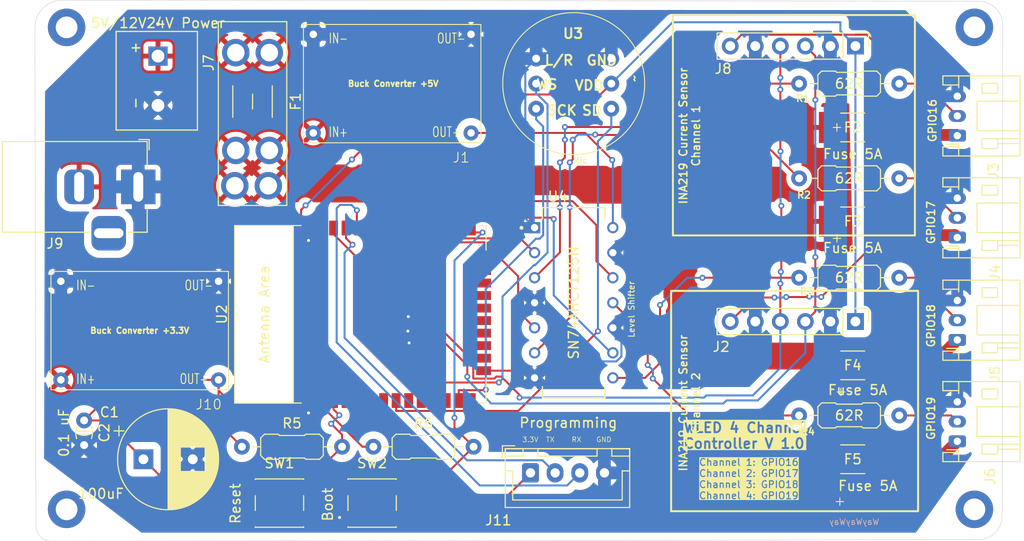
<source format=kicad_pcb>
(kicad_pcb (version 20240108) (generator "pcbnew") (generator_version "8.0")
  (title_block (title "WLED 4 Channel Controller") (date "2/15/2025"))
  (layers (0 "F.Cu" signal) (31 "B.Cu" signal) (34 "B.Paste" user) (35 "F.Paste" user) (36 "B.SilkS" user "B.Silkscreen") (37 "F.SilkS" user "F.Silkscreen") (38 "B.Mask" user) (39 "F.Mask" user) (44 "Edge.Cuts" user))
  (net 0 "")
  (net 2 "RXD")
  (net 4 "DATA1")
  (net 9 "MIC_SD")
  (net 10 "MIC_SCK")
  (net 11 "TXD")
  (net 17 "DATA4")
  (net 18 "+3.3V_BOOT")
  (net 20 "DATA2")
  (net 23 "+3.3V_EN")
  (net 24 "MIC_WS")
  (net 25 "DATA3")
  (net 26 "+12V")
  (net 27 "+5V")
  (net 28 "+3.3V")
  (net 29 "LED_DATA1")
  (net 30 "Net-(U4-1Y)")
  (net 31 "LED_DATA2")
  (net 32 "Net-(U4-2Y)")
  (net 33 "Net-(U4-3Y)")
  (net 34 "LED_DATA3")
  (net 35 "Net-(U4-4Y)")
  (net 36 "LED_DATA4")
  (net 37 "Net-(J2-Pin_6)")
  (net 38 "Net-(J6-Pin_1)")
  (net 39 "GND")
  (net 40 "Net-(J5-Pin_1)")
  (net 41 "SENS-SCL")
  (net 42 "SENS-SDA")
  (net 43 "Net-(J3-Pin_1)")
  (net 44 "+VCC")
  (footprint "PCM_Capacitor_THT_AKL:C_Disc_D3.0mm_W1.6mm_P2.50mm" (layer "F.Cu") (at 30.988 74.168 -90)
    (property "Reference" "C2")
    (property "Value" "0.1 uF")
  )
  (footprint "PCM_Resistor_THT_AKL:R_Axial_DIN0207_L6.3mm_D2.5mm_P10.16mm_Horizontal" (layer "F.Cu") (at 103.505 49.61)
    (property "Reference" "R2")
    (property "Value" "62R")
  )
  (footprint "Button_Switch_SMD:SW_SPST_PTS647_Sx38" (layer "F.Cu") (at 50.8 82.55)
    (property "Reference" "SW1")
    (property "Value" "Reset")
  )
  (footprint "MyCustom:Buck Converter Board" (layer "F.Cu") (at 36.625 64.05)
    (property "Reference" "J10")
    (property "Value" "Buck Converter +3.3V")
  )
  (footprint "Button_Switch_SMD:SW_SPST_PTS647_Sx38" (layer "F.Cu") (at 60.198 82.55)
    (property "Reference" "SW2")
    (property "Value" "Boot")
  )
  (footprint "PCM_Resistor_THT_AKL:R_Axial_DIN0207_L6.3mm_D2.5mm_P10.16mm_Horizontal" (layer "F.Cu") (at 103.505 40.005)
    (property "Reference" "R1" (hide yes))
    (property "Value" "62R")
  )
  (footprint "Connector_JST:JST_PH_S3B-PH-K_1x03_P2.00mm_Horizontal" (layer "F.Cu") (at 119.55 45.2833 90)
    (property "Reference" "J3")
    (property "Value" "LED Channel 1" (hide yes))
  )
  (footprint "PCM_Capacitor_THT_AKL:CP_Radial_D10.0mm_P5.00mm" (layer "F.Cu") (at 37.002323 78.105)
    (property "Reference" "C1")
    (property "Value" "100uF")
  )
  (footprint "Fuse:Fuse_Littelfuse-NANO2-451_453" (layer "F.Cu") (at 108.945 53.975)
    (property "Reference" "F3")
    (property "Value" "Fuse 5A")
  )
  (footprint "PCM_Resistor_THT_AKL:R_Axial_DIN0207_L6.3mm_D2.5mm_P10.16mm_Horizontal" (layer "F.Cu") (at 46.99 76.835)
    (property "Reference" "R5")
    (property "Value" "10k" (hide yes))
  )
  (footprint "Connector_JST:JST_PH_S3B-PH-K_1x03_P2.00mm_Horizontal" (layer "F.Cu") (at 119.55 66 90)
    (property "Reference" "J5")
    (property "Value" "LED Channel 3" (hide yes))
  )
  (footprint "SN74AHCT125N:DIP794W45P254L1930H508Q14" (layer "F.Cu") (at 80.645 62.23)
    (property "Reference" "U4")
    (property "Value" "SN74AHCT125N")
  )
  (footprint "PCM_Resistor_THT_AKL:R_Axial_DIN0207_L6.3mm_D2.5mm_P10.16mm_Horizontal" (layer "F.Cu") (at 103.505 73.66)
    (property "Reference" "R4" (hide yes))
    (property "Value" "62R")
  )
  (footprint "Fuse:Fuse_Littelfuse-NANO2-451_453" (layer "F.Cu") (at 108.945 78.105)
    (property "Reference" "F5")
    (property "Value" "Fuse 5A")
  )
  (footprint "MyCustom:Buck Converter Board" (layer "F.Cu") (at 62.23 39.005)
    (property "Reference" "J1")
    (property "Value" "Buck Converter +5V")
  )
  (footprint "Connector_BarrelJack:BarrelJack_Horizontal" (layer "F.Cu") (at 36.48 50.4775)
    (property "Reference" "J9")
    (property "Value" "Barrel_Jack")
  )
  (footprint "PCM_Espressif:ESP32-WROOM-32E" (layer "F.Cu") (at 60.755 63.4 90)
    (property "Reference" "U2")
    (property "Value" "ESP32-WROOM-E")
  )
  (footprint "MountingHole:MountingHole_2.2mm_M2_DIN965_Pad" (layer "F.Cu") (at 121.285 83.185)
    (property "Reference" "H3" (hide yes))
    (property "Value" "MountingHole" (hide yes))
  )
  (footprint "Connector_JST:JST_PH_S3B-PH-K_1x03_P2.00mm_Horizontal" (layer "F.Cu") (at 119.55 76.2833 90)
    (property "Reference" "J6")
    (property "Value" "LED Channel 4" (hide yes))
  )
  (footprint "MyCustom:INMP441_Module" (layer "F.Cu") (at 80.645 40.005 90)
    (property "Reference" "U3")
    (property "Value" "~")
  )
  (footprint "Fuse:Fuseholder_Blade_Mini_Keystone_3568" (layer "F.Cu") (at 49.7695 36.861 -90)
    (property "Reference" "F1")
    (property "Value" "20A")
  )
  (footprint "Fuse:Fuse_Littelfuse-NANO2-451_453" (layer "F.Cu") (at 108.945 44.45)
    (property "Reference" "F2")
    (property "Value" "Fuse 5A")
  )
  (footprint "Connector_JST:JST_XH_B4B-XH-A_1x04_P2.50mm_Vertical" (layer "F.Cu") (at 76.26 79.485)
    (property "Reference" "J11")
    (property "Value" "Programming")
  )
  (footprint "MountingHole:MountingHole_2.2mm_M2_DIN965_Pad" (layer "F.Cu") (at 121.285 34.3)
    (property "Reference" "H1" (hide yes))
    (property "Value" "MountingHole" (hide yes))
  )
  (footprint "Connector_PinHeader_2.54mm:PinHeader_1x06_P2.54mm_Vertical" (layer "F.Cu") (at 109.22 36.195 -90)
    (property "Reference" "J8")
    (property "Value" "I2C")
  )
  (footprint "PCM_Resistor_THT_AKL:R_Axial_DIN0207_L6.3mm_D2.5mm_P10.16mm_Horizontal" (layer "F.Cu") (at 103.505 59.69)
    (property "Reference" "R3")
    (property "Value" "62R")
  )
  (footprint "Connector_JST:JST_PH_S3B-PH-K_1x03_P2.00mm_Horizontal" (layer "F.Cu") (at 119.55 55.6167 90)
    (property "Reference" "J4")
    (property "Value" "LED Channel 2" (hide yes))
  )
  (footprint "1935161:PHOENIX_1935161" (layer "F.Cu") (at 34.23 34.7125 -90)
    (property "Reference" "J7")
    (property "Value" "5V/12V24V Power")
  )
  (footprint "PCM_Resistor_THT_AKL:R_Axial_DIN0207_L6.3mm_D2.5mm_P10.16mm_Horizontal" (layer "F.Cu") (at 60.325 76.835)
    (property "Reference" "R6")
    (property "Value" "10k" (hide yes))
  )
  (footprint "Connector_PinHeader_2.54mm:PinHeader_1x06_P2.54mm_Vertical" (layer "F.Cu") (at 109.22 64.135 -90)
    (property "Reference" "J2")
    (property "Value" "I2C")
  )
  (footprint "Fuse:Fuse_Littelfuse-NANO2-451_453" (layer "F.Cu") (at 108.945 68.58)
    (property "Reference" "F4")
    (property "Value" "Fuse 5A")
  )
  (footprint "MountingHole:MountingHole_2.2mm_M2_DIN965_Pad" (layer "F.Cu") (at 29.21 34.3)
    (property "Reference" "H2" (hide yes))
    (property "Value" "MountingHole" (hide yes))
  )
  (footprint "MountingHole:MountingHole_2.2mm_M2_DIN965_Pad" (layer "F.Cu") (at 29.21 83.185)
    (property "Reference" "H4" (hide yes))
    (property "Value" "MountingHole" (hide yes))
  )
  (gr_rect (start 90.523528 61.025) (end 115.573528 83.375) (stroke (width 0.2)) (fill none) (layer "F.SilkS"))
  (gr_rect (start 90.705 33.05) (end 115.25 55.4) (stroke (width 0.2)) (fill none) (layer "F.SilkS"))
  (gr_arc (start 26.001127 34.3) (mid 26.842798 32.319132) (end 28.852944 31.550001) (stroke (width 0.05)) (layer "Edge.Cuts"))
  (gr_arc (start 124.1 83.853984) (mid 123.397059 85.551056) (end 121.7 86.253984) (stroke (width 0.05)) (layer "Edge.Cuts"))
  (gr_line (start 124.152944 34.1) (end 124.102944 80.3) (stroke (width 0.05)) (layer "Edge.Cuts"))
  (gr_line (start 31.55 31.550001) (end 121.702944 31.65) (stroke (width 0.05)) (layer "Edge.Cuts"))
  (gr_arc (start 121.702944 31.65) (mid 123.435356 32.367588) (end 124.152944 34.1) (stroke (width 0.05)) (layer "Edge.Cuts"))
  (gr_line (start 26.1 84.853984) (end 25.998183 37.225) (stroke (width 0.05)) (layer "Edge.Cuts"))
  (gr_line (start 28.852944 31.550001) (end 31.55 31.550001) (stroke (width 0.05)) (layer "Edge.Cuts"))
  (gr_line (start 121.7 86.253984) (end 30.347056 86.403984) (stroke (width 0.05)) (layer "Edge.Cuts"))
  (gr_line (start 124.1 83.853984) (end 124.102944 80.3) (stroke (width 0.05)) (layer "Edge.Cuts"))
  (gr_line (start 30.347056 86.403984) (end 27.65 86.403984) (stroke (width 0.05)) (layer "Edge.Cuts"))
  (gr_line (start 26.001127 34.3) (end 25.998183 37.225) (stroke (width 0.05)) (layer "Edge.Cuts"))
  (gr_arc (start 27.65 86.403984) (mid 26.553984 85.95) (end 26.1 84.853984) (stroke (width 0.05)) (layer "Edge.Cuts"))
  (gr_text "WayWayWay" (at 109.1 84.8 0) (layer "B.SilkS") (effects (font (size 0.6 0.6) (thickness 0.075)) (justify bottom mirror)))
  (gr_text "RX" (at 80.4 76.4 0) (layer "F.SilkS") (effects (font (size 0.5 0.5) (thickness 0.0625)) (justify left bottom)))
  (gr_text "+" (at 106.95 82.905 0) (layer "F.SilkS") (effects (font (size 1 1) (thickness 0.1)) (justify left bottom)))
  (gr_text "3.3V" (at 75.4 76.4 0) (layer "F.SilkS") (effects (font (size 0.5 0.5) (thickness 0.0625)) (justify left bottom)))
  (gr_text "+" (at 107.05958 71.785952 0) (layer "F.SilkS") (effects (font (size 1 1) (thickness 0.1)) (justify left bottom)))
  (gr_text "GPIO18" (at 116.88 64.57 90) (layer "F.SilkS") (effects (font (size 0.8 0.8))))
  (gr_text "+" (at 106.655 56.21 0) (layer "F.SilkS") (effects (font (size 1 1) (thickness 0.1)) (justify left bottom)))
  (gr_text "Mic" (at 81.3 47.8 0) (layer "F.SilkS") (effects (font (size 0.6 0.6) (thickness 0.1))))
  (gr_text "INA219 Current Sensor\nChannel 1" (at 92.4 45.3 90) (layer "F.SilkS") (effects (font (size 0.8 0.8) (thickness 0.15) (bold yes))))
  (gr_text "GPIO16" (at 117.03 43.753334 90) (layer "F.SilkS") (effects (font (size 0.8 0.8))))
  (gr_text "+" (at 36.75 37.095 90) (layer "F.SilkS") (effects (font (size 1 1)) (justify left bottom)))
  (gr_text "GPIO17" (at 116.88 54.086667 90) (layer "F.SilkS") (effects (font (size 0.8 0.8))))
  (gr_text "INA219 Current Sensor\nChannel 2" (at 92.4 72.4 90) (layer "F.SilkS") (effects (font (size 0.8 0.8) (thickness 0.15) (bold yes))))
  (gr_text "-" (at 36.75 42.695 90) (layer "F.SilkS") (effects (font (size 1 1)) (justify left bottom)))
  (gr_text "TX" (at 77.8 76.4 0) (layer "F.SilkS") (effects (font (size 0.5 0.5) (thickness 0.0625)) (justify left bottom)))
  (gr_text "GPIO19" (at 116.88 73.953333 90) (layer "F.SilkS") (effects (font (size 0.8 0.8))))
  (gr_text "Level Shifter" (at 86.5 62.9 90) (layer "F.SilkS") (effects (font (size 0.6 0.6) (thickness 0.1))))
  (gr_text "+" (at 106.655 44.96 0) (layer "F.SilkS") (effects (font (size 1 1) (thickness 0.1)) (justify left bottom)))
  (gr_text "Channel 1: GPIO16\nChannel 2: GPIO17\nChannel 3: GPIO18\nChannel 4: GPIO19 " (at 93.3 82.2 0) (layer "F.SilkS" knockout) (effects (font (size 0.7 0.7) (thickness 0.11)) (justify left bottom)))
  (gr_text "WLED 4 Channel\nController V 1.0" (at 91.7 77.1 0) (layer "F.SilkS" knockout) (effects (font (size 1 1) (thickness 0.2) (bold yes)) (justify left bottom)))
  (gr_text "GND" (at 82.9 76.4 0) (layer "F.SilkS") (effects (font (size 0.5 0.5) (thickness 0.0625)) (justify left bottom)))
  (segment (start 58.65 52.85) (end 58.65 54.475) (width 0.2) (layer "F.Cu") (net 2))
  (via (at 58.65 52.85) (size 0.6) (drill 0.3) (layers "F.Cu" "B.Cu") (net 2))
  (segment (start 56.951471 52.3) (end 58.1 52.3) (width 0.2) (layer "B.Cu") (net 2))
  (segment (start 56.6 66.252) (end 56.6 52.651471) (width 0.2) (layer "B.Cu") (net 2))
  (segment (start 79.985 80.76) (end 71.108 80.76) (width 0.2) (layer "B.Cu") (net 2))
  (segment (start 56.6 52.651471) (end 56.951471 52.3) (width 0.2) (layer "B.Cu") (net 2))
  (segment (start 71.108 80.76) (end 56.6 66.252) (width 0.2) (layer "B.Cu") (net 2))
  (segment (start 81.26 79.485) (end 79.985 80.76) (width 0.2) (layer "B.Cu") (net 2))
  (segment (start 58.1 52.3) (end 58.65 52.85) (width 0.2) (layer "B.Cu") (net 2))
  (segment (start 67.715 55.7017) (end 75.2267 55.7017) (width 0.2) (layer "F.Cu") (net 4))
  (segment (start 75.2267 55.7017) (end 76.675 57.15) (width 0.2) (layer "F.Cu") (net 4))
  (segment (start 67.715 54.65) (end 67.715 55.7017) (width 0.2) (layer "F.Cu") (net 4))
  (segment (start 75.0189 73.2017) (end 83.1006 65.12) (width 0.2) (layer "F.Cu") (net 9))
  (segment (start 62.635 73.2017) (end 75.0189 73.2017) (width 0.2) (layer "F.Cu") (net 9))
  (segment (start 62.635 72.15) (end 62.635 73.2017) (width 0.2) (layer "F.Cu") (net 9))
  (via (at 83.1006 65.12) (size 0.6) (drill 0.3) (layers "F.Cu" "B.Cu") (net 9))
  (segment (start 83.1006 45.849) (end 84.455 44.4946) (width 0.2) (layer "B.Cu") (net 9))
  (segment (start 83.1006 65.12) (end 83.1006 45.849) (width 0.2) (layer "B.Cu") (net 9))
  (segment (start 84.455 44.4946) (end 84.455 42.545) (width 0.2) (layer "B.Cu") (net 9))
  (segment (start 68.985 72.15) (end 68.985 71.0983) (width 0.2) (layer "F.Cu") (net 10))
  (segment (start 68.985 71.0983) (end 71.6758 71.0983) (width 0.2) (layer "F.Cu") (net 10))
  (segment (start 71.6758 71.0983) (end 71.7252 71.0489) (width 0.2) (layer "F.Cu") (net 10))
  (via (at 71.7252 71.0489) (size 0.6) (drill 0.3) (layers "F.Cu" "B.Cu") (net 10))
  (segment (start 77.1792 55.7384) (end 77.5467 55.3709) (width 0.2) (layer "B.Cu") (net 10))
  (segment (start 76.8132 55.7384) (end 77.1792 55.7384) (width 0.2) (layer "B.Cu") (net 10))
  (segment (start 71.7252 71.0489) (end 71.7252 60.8264) (width 0.2) (layer "B.Cu") (net 10))
  (segment (start 76.835 42.545) (end 76.835 43.6467) (width 0.2) (layer "B.Cu") (net 10))
  (segment (start 77.5467 44.3584) (end 76.835 43.6467) (width 0.2) (layer "B.Cu") (net 10))
  (segment (start 71.7252 60.8264) (end 76.8132 55.7384) (width 0.2) (layer "B.Cu") (net 10))
  (segment (start 77.5467 55.3709) (end 77.5467 44.3584) (width 0.2) (layer "B.Cu") (net 10))
  (segment (start 58.207265 56.342735) (end 57.555 55.69047) (width 0.2) (layer "F.Cu") (net 11))
  (segment (start 57.555 55.69047) (end 57.555 54.65) (width 0.2) (layer "F.Cu") (net 11))
  (via (at 58.207265 56.342735) (size 0.6) (drill 0.3) (layers "F.Cu" "B.Cu") (net 11))
  (segment (start 57.404 57.146) (end 58.207265 56.342735) (width 0.2) (layer "B.Cu") (net 11))
  (segment (start 77.485 78.21) (end 69.828 78.21) (width 0.2) (layer "B.Cu") (net 11))
  (segment (start 69.828 78.21) (end 57.404 65.786) (width 0.2) (layer "B.Cu") (net 11))
  (segment (start 57.404 65.786) (end 57.404 57.146) (width 0.2) (layer "B.Cu") (net 11))
  (segment (start 78.76 79.485) (end 77.485 78.21) (width 0.2) (layer "B.Cu") (net 11))
  (segment (start 80.5121 51.923) (end 82.9452 54.3561) (width 0.2) (layer "F.Cu") (net 17))
  (segment (start 82.9452 58.0202) (end 84.615 59.69) (width 0.2) (layer "F.Cu") (net 17))
  (segment (start 82.9452 54.3561) (end 82.9452 58.0202) (width 0.2) (layer "F.Cu") (net 17))
  (segment (start 64.3103 51.923) (end 80.5121 51.923) (width 0.2) (layer "F.Cu") (net 17))
  (segment (start 62.635 53.5983) (end 64.3103 51.923) (width 0.2) (layer "F.Cu") (net 17))
  (segment (start 62.635 54.65) (end 62.635 53.5983) (width 0.2) (layer "F.Cu") (net 17))
  (segment (start 68.55 74.9) (end 68.55 73.9) (width 0.2) (layer "F.Cu") (net 18))
  (segment (start 71.4 55.1) (end 70.705 55.1) (width 0.2) (layer "F.Cu") (net 18))
  (segment (start 70.485 76.835) (end 68.55 74.9) (width 0.2) (layer "F.Cu") (net 18))
  (segment (start 66.37 80.95) (end 70.485 76.835) (width 0.2) (layer "F.Cu") (net 18))
  (segment (start 62.823 80.95) (end 66.37 80.95) (width 0.2) (layer "F.Cu") (net 18))
  (segment (start 62.823 80.95) (end 57.573 80.95) (width 0.2) (layer "F.Cu") (net 18))
  (segment (start 70.705 55.1) (end 70.255 54.65) (width 0.2) (layer "F.Cu") (net 18))
  (via (at 68.55 73.9) (size 0.6) (drill 0.3) (layers "F.Cu" "B.Cu") (net 18))
  (via (at 71.4 55.1) (size 0.6) (drill 0.3) (layers "F.Cu" "B.Cu") (net 18))
  (segment (start 68.55 57.95) (end 71.4 55.1) (width 0.2) (layer "B.Cu") (net 18))
  (segment (start 68.55 73.9) (end 68.55 57.95) (width 0.2) (layer "B.Cu") (net 18))
  (segment (start 66.8467 56.1034) (end 71.5686 56.1034) (width 0.2) (layer "F.Cu") (net 20))
  (segment (start 71.5686 56.1034) (end 75.0052 59.54) (width 0.2) (layer "F.Cu") (net 20))
  (segment (start 75.0052 63.1002) (end 76.675 64.77) (width 0.2) (layer "F.Cu") (net 20))
  (segment (start 75.0052 59.54) (end 75.0052 63.1002) (width 0.2) (layer "F.Cu") (net 20))
  (segment (start 66.445 55.7017) (end 66.8467 56.1034) (width 0.2) (layer "F.Cu") (net 20))
  (segment (start 66.445 54.65) (end 66.445 55.7017) (width 0.2) (layer "F.Cu") (net 20))
  (segment (start 53.425 80.95) (end 48.175 80.95) (width 0.2) (layer "F.Cu") (net 23))
  (segment (start 56.042235 74.507765) (end 57.15 75.61553) (width 0.2) (layer "F.Cu") (net 23))
  (segment (start 57.15 76.835) (end 53.425 80.56) (width 0.2) (layer "F.Cu") (net 23))
  (segment (start 56.285 73.05347) (end 56.865765 73.634235) (width 0.2) (layer "F.Cu") (net 23))
  (segment (start 57.15 75.61553) (end 57.15 76.835) (width 0.2) (layer "F.Cu") (net 23))
  (segment (start 56.285 72.15) (end 56.285 73.05347) (width 0.2) (layer "F.Cu") (net 23))
  (via (at 56.865765 73.634235) (size 0.6) (drill 0.3) (layers "F.Cu" "B.Cu") (net 23))
  (via (at 56.042235 74.507765) (size 0.6) (drill 0.3) (layers "F.Cu" "B.Cu") (net 23))
  (segment (start 56.865765 73.634235) (end 56.865765 73.684235) (width 0.2) (layer "B.Cu") (net 23))
  (segment (start 56.865765 73.684235) (end 56.042235 74.507765) (width 0.2) (layer "B.Cu") (net 23))
  (segment (start 65.953 70.3203) (end 65.175 71.0983) (width 0.2) (layer "F.Cu") (net 24))
  (segment (start 65.175 72.15) (end 65.175 71.0983) (width 0.2) (layer "F.Cu") (net 24))
  (segment (start 73.0453 70.3203) (end 65.953 70.3203) (width 0.2) (layer "F.Cu") (net 24))
  (via (at 73.0453 70.3203) (size 0.6) (drill 0.3) (layers "F.Cu" "B.Cu") (net 24))
  (segment (start 77.9869 42.1209) (end 77.9869 57.1475) (width 0.2) (layer "B.Cu") (net 24))
  (segment (start 73.423 61.5977) (end 73.423 69.9426) (width 0.2) (layer "B.Cu") (net 24))
  (segment (start 76.835 41.1067) (end 76.9727 41.1067) (width 0.2) (layer "B.Cu") (net 24))
  (segment (start 76.9727 41.1067) (end 77.9869 42.1209) (width 0.2) (layer "B.Cu") (net 24))
  (segment (start 73.423 69.9426) (end 73.0453 70.3203) (width 0.2) (layer "B.Cu") (net 24))
  (segment (start 77.9869 57.1475) (end 76.7144 58.42) (width 0.2) (layer "B.Cu") (net 24))
  (segment (start 76.835 40.005) (end 76.835 41.1067) (width 0.2) (layer "B.Cu") (net 24))
  (segment (start 76.6007 58.42) (end 73.423 61.5977) (width 0.2) (layer "B.Cu") (net 24))
  (segment (start 76.7144 58.42) (end 76.6007 58.42) (width 0.2) (layer "B.Cu") (net 24))
  (segment (start 78.6185 53.7391) (end 78.4777 53.5983) (width 0.2) (layer "F.Cu") (net 25))
  (segment (start 78.4777 53.5983) (end 63.905 53.5983) (width 0.2) (layer "F.Cu") (net 25))
  (segment (start 63.905 54.65) (end 63.905 53.5983) (width 0.2) (layer "F.Cu") (net 25))
  (via (at 78.6185 53.7391) (size 0.6) (drill 0.3) (layers "F.Cu" "B.Cu") (net 25))
  (segment (start 78.6185 53.7391) (end 78.6185 61.4887) (width 0.2) (layer "B.Cu") (net 25))
  (segment (start 78.6185 61.4887) (end 84.4398 67.31) (width 0.2) (layer "B.Cu") (net 25))
  (segment (start 81.805 45.005) (end 84.55 47.75) (width 0.2) (layer "F.Cu") (net 27))
  (segment (start 70.23 45.005) (end 81.805 45.005) (width 0.2) (layer "F.Cu") (net 27))
  (via (at 84.55 47.75) (size 0.6) (drill 0.3) (layers "F.Cu" "B.Cu") (net 27))
  (segment (start 84.615 47.815) (end 84.615 54.61) (width 0.2) (layer "B.Cu") (net 27))
  (segment (start 84.55 47.75) (end 84.615 47.815) (width 0.2) (layer "B.Cu") (net 27))
  (segment (start 44.625 71.12763) (end 45.99737 72.5) (width 0.2) (layer "F.Cu") (net 28))
  (segment (start 52.995 69.18) (end 55.015 71.2) (width 0.2) (layer "F.Cu") (net 28))
  (segment (start 76.26 79.485) (end 73.995 81.75) (width 0.2) (layer "F.Cu") (net 28))
  (segment (start 40.647323 81.75) (end 37.002323 78.105) (width 0.2) (layer "F.Cu") (net 28))
  (segment (start 44.625 74.47) (end 46.99 76.835) (width 0.2) (layer "F.Cu") (net 28))
  (segment (start 52.995 71.1) (end 54.356 71.1) (width 0.2) (layer "F.Cu") (net 28))
  (segment (start 44.625 70.05) (end 35.106 70.05) (width 0.2) (layer "F.Cu") (net 28))
  (segment (start 83.355 41.105) (end 64.745 41.105) (width 0.2) (layer "F.Cu") (net 28))
  (segment (start 52.995 52.805) (end 52.995 69.18) (width 0.2) (layer "F.Cu") (net 28))
  (segment (start 54.356 71.1) (end 55.015 71.759) (width 0.2) (layer "F.Cu") (net 28))
  (segment (start 64.745 41.105) (end 58.15 47.7) (width 0.2) (layer "F.Cu") (net 28))
  (segment (start 59.218 76.835) (end 60.325 76.835) (width 0.2) (layer "F.Cu") (net 28))
  (segment (start 52.377 72.5) (end 52.995 71.882) (width 0.2) (layer "F.Cu") (net 28))
  (segment (start 44.625 70.05) (end 44.625 71.12763) (width 0.2) (layer "F.Cu") (net 28))
  (segment (start 44.625 70.05) (end 44.625 74.47) (width 0.2) (layer "F.Cu") (net 28))
  (segment (start 45.99737 72.5) (end 52.377 72.5) (width 0.2) (layer "F.Cu") (net 28))
  (segment (start 84.455 40.005) (end 83.355 41.105) (width 0.2) (layer "F.Cu") (net 28))
  (segment (start 52.995 71.882) (end 52.995 71.1) (width 0.2) (layer "F.Cu") (net 28))
  (segment (start 53.45 52.35) (end 52.995 52.805) (width 0.2) (layer "F.Cu") (net 28))
  (segment (start 55.015 72.632) (end 59.218 76.835) (width 0.2) (layer "F.Cu") (net 28))
  (segment (start 30.988 74.168) (end 33.065323 74.168) (width 0.2) (layer "F.Cu") (net 28))
  (segment (start 55.015 71.2) (end 55.015 72.15) (width 0.2) (layer "F.Cu") (net 28))
  (segment (start 35.106 70.05) (end 30.988 74.168) (width 0.2) (layer "F.Cu") (net 28))
  (segment (start 73.995 81.75) (end 40.647323 81.75) (width 0.2) (layer "F.Cu") (net 28))
  (segment (start 33.065323 74.168) (end 37.002323 78.105) (width 0.2) (layer "F.Cu") (net 28))
  (via (at 53.45 52.35) (size 0.6) (drill 0.3) (layers "F.Cu" "B.Cu") (net 28))
  (via (at 58.15 47.7) (size 0.6) (drill 0.3) (layers "F.Cu" "B.Cu") (net 28))
  (segment (start 107.696 34.671) (end 107.696 33.782) (width 0.2) (layer "B.Cu") (net 28))
  (segment (start 90.678 33.782) (end 84.455 40.005) (width 0.2) (layer "B.Cu") (net 28))
  (segment (start 109.22 36.195) (end 107.696 34.671) (width 0.2) (layer "B.Cu") (net 28))
  (segment (start 58.15 47.7) (end 53.5 52.35) (width 0.2) (layer "B.Cu") (net 28))
  (segment (start 53.5 52.35) (end 53.45 52.35) (width 0.2) (layer "B.Cu") (net 28))
  (segment (start 107.696 33.782) (end 90.678 33.782) (width 0.2) (layer "B.Cu") (net 28))
  (segment (start 109.22 36.195) (end 109.22 64.135) (width 0.2) (layer "B.Cu") (net 28))
  (segment (start 116.272 40.005) (end 119.55 43.2833) (width 0.2) (layer "F.Cu") (net 29))
  (segment (start 113.665 40.005) (end 116.272 40.005) (width 0.2) (layer "F.Cu") (net 29))
  (segment (start 79.75 47.5) (end 79.25 48) (width 0.2) (layer "F.Cu") (net 30))
  (segment (start 100.457 40.005) (end 96.057 44.405) (width 0.2) (layer "F.Cu") (net 30))
  (segment (start 96.057 44.405) (end 79.75 44.405) (width 0.2) (layer "F.Cu") (net 30))
  (segment (start 103.505 40.005) (end 100.457 40.005) (width 0.2) (layer "F.Cu") (net 30))
  (segment (start 79.75 45.7) (end 79.75 47.5) (width 0.2) (layer "F.Cu") (net 30))
  (segment (start 79.25 52.55) (end 79.25 57.115) (width 0.2) (layer "F.Cu") (net 30))
  (segment (start 79.25 57.115) (end 76.675 59.69) (width 0.2) (layer "F.Cu") (net 30))
  (via (at 79.75 45.7) (size 0.6) (drill 0.3) (layers "F.Cu" "B.Cu") (net 30))
  (via (at 79.25 48) (size 0.6) (drill 0.3) (layers "F.Cu" "B.Cu") (net 30))
  (via (at 79.75 44.405) (size 0.6) (drill 0.3) (layers "F.Cu" "B.Cu") (net 30))
  (via (at 79.25 52.55) (size 0.6) (drill 0.3) (layers "F.Cu" "B.Cu") (net 30))
  (segment (start 79.25 48) (end 79.25 52.55) (width 0.2) (layer "B.Cu") (net 30))
  (segment (start 79.75 44.405) (end 79.75 45.7) (width 0.2) (layer "B.Cu") (net 30))
  (segment (start 113.665 49.61) (end 115.543 49.61) (width 0.2) (layer "F.Cu") (net 31))
  (segment (start 115.543 49.61) (end 119.55 53.6167) (width 0.2) (layer "F.Cu") (net 31))
  (segment (start 80.55 45.7) (end 80.55 47.7) (width 0.2) (layer "F.Cu") (net 32))
  (segment (start 80.25 52.55) (end 80.25 63.735) (width 0.2) (layer "F.Cu") (net 32))
  (segment (start 80.55 47.7) (end 80.25 48) (width 0.2) (layer "F.Cu") (net 32))
  (segment (start 99.107 45.212) (end 82.8605 45.212) (width 0.2) (layer "F.Cu") (net 32))
  (segment (start 82.8605 45.212) (end 82.8243 45.1757) (width 0.2) (layer "F.Cu") (net 32))
  (segment (start 103.505 49.61) (end 99.107 45.212) (width 0.2) (layer "F.Cu") (net 32))
  (segment (start 80.25 63.735) (end 76.675 67.31) (width 0.2) (layer "F.Cu") (net 32))
  (via (at 80.55 45.7) (size 0.6) (drill 0.3) (layers "F.Cu" "B.Cu") (net 32))
  (via (at 82.8243 45.1757) (size 0.6) (drill 0.3) (layers "F.Cu" "B.Cu") (net 32))
  (via (at 80.25 48) (size 0.6) (drill 0.3) (layers "F.Cu" "B.Cu") (net 32))
  (via (at 80.25 52.55) (size 0.6) (drill 0.3) (layers "F.Cu" "B.Cu") (net 32))
  (segment (start 82.8243 45.1757) (end 81.0743 45.1757) (width 0.2) (layer "B.Cu") (net 32))
  (segment (start 80.25 48) (end 80.25 52.55) (width 0.2) (layer "B.Cu") (net 32))
  (segment (start 81.0743 45.1757) (end 80.55 45.7) (width 0.2) (layer "B.Cu") (net 32))
  (segment (start 93.71 59.69) (end 93.7 59.7) (width 0.2) (layer "F.Cu") (net 33))
  (segment (start 89.4 62.45) (end 89.4 68.334) (width 0.2) (layer "F.Cu") (net 33))
  (segment (start 89.4 68.334) (end 87.884 69.85) (width 0.2) (layer "F.Cu") (net 33))
  (segment (start 87.884 69.85) (end 84.615 69.85) (width 0.2) (layer "F.Cu") (net 33))
  (segment (start 103.505 59.69) (end 93.71 59.69) (width 0.2) (layer "F.Cu") (net 33))
  (via (at 93.7 59.7) (size 0.6) (drill 0.3) (layers "F.Cu" "B.Cu") (net 33))
  (via (at 89.4 62.45) (size 0.6) (drill 0.3) (layers "F.Cu" "B.Cu") (net 33))
  (segment (start 93.7 59.7) (end 92.15 59.7) (width 0.2) (layer "B.Cu") (net 33))
  (segment (start 92.15 59.7) (end 89.4 62.45) (width 0.2) (layer "B.Cu") (net 33))
  (segment (start 113.665 59.69) (end 115.24 59.69) (width 0.2) (layer "F.Cu") (net 34))
  (segment (start 115.24 59.69) (end 119.55 64) (width 0.2) (layer "F.Cu") (net 34))
  (segment (start 88.15 65.765) (end 84.615 62.23) (width 0.2) (layer "F.Cu") (net 35))
  (segment (start 92.41 73.66) (end 88.6663 69.9163) (width 0.2) (layer "F.Cu") (net 35))
  (segment (start 103.505 73.66) (end 92.41 73.66) (width 0.2) (layer "F.Cu") (net 35))
  (segment (start 88.15 68.55) (end 88.15 65.765) (width 0.2) (layer "F.Cu") (net 35))
  (via (at 88.15 68.55) (size 0.6) (drill 0.3) (layers "F.Cu" "B.Cu") (net 35))
  (via (at 88.6663 69.9163) (size 0.6) (drill 0.3) (layers "F.Cu" "B.Cu") (net 35))
  (segment (start 88.6663 69.9163) (end 88.6663 69.0663) (width 0.2) (layer "B.Cu") (net 35))
  (segment (start 88.6663 69.0663) (end 88.15 68.55) (width 0.2) (layer "B.Cu") (net 35))
  (segment (start 113.665 73.66) (end 118.927 73.66) (width 0.2) (layer "F.Cu") (net 36))
  (segment (start 118.927 73.66) (end 119.55 74.2833) (width 0.2) (layer "F.Cu") (net 36))
  (segment (start 102.2 61.65) (end 104.5 61.65) (width 0.2) (layer "F.Cu") (net 37))
  (segment (start 112.797 55.372) (end 119.305 55.372) (width 1.2) (layer "F.Cu") (net 37))
  (segment (start 104.5 61.65) (end 104.55 61.6) (width 0.2) (layer "F.Cu") (net 37))
  (segment (start 111.4 53.975) (end 112.797 55.372) (width 1.2) (layer "F.Cu") (net 37))
  (segment (start 98.955 61.7) (end 101 61.7) (width 0.2) (layer "F.Cu") (net 37))
  (segment (start 111.4 56) (end 111.4 53.975) (width 0.2) (layer "F.Cu") (net 37))
  (segment (start 119.305 55.372) (end 119.55 55.6167) (width 1.2) (layer "F.Cu") (net 37))
  (segment (start 105.75 61.65) (end 111.4 56) (width 0.2) (layer "F.Cu") (net 37))
  (segment (start 96.52 64.135) (end 98.955 61.7) (width 0.2) (layer "F.Cu") (net 37))
  (via (at 101 61.7) (size 0.6) (drill 0.3) (layers "F.Cu" "B.Cu") (net 37))
  (via (at 102.2 61.65) (size 0.6) (drill 0.3) (layers "F.Cu" "B.Cu") (net 37))
  (via (at 105.75 61.65) (size 0.6) (drill 0.3) (layers "F.Cu" "B.Cu") (net 37))
  (via (at 104.55 61.6) (size 0.6) (drill 0.3) (layers "F.Cu" "B.Cu") (net 37))
  (segment (start 105.7 61.6) (end 105.75 61.65) (width 0.2) (layer "B.Cu") (net 37))
  (segment (start 101 61.7) (end 102.15 61.7) (width 0.2) (layer "B.Cu") (net 37))
  (segment (start 104.55 61.6) (end 105.7 61.6) (width 0.2) (layer "B.Cu") (net 37))
  (segment (start 102.15 61.7) (end 102.2 61.65) (width 0.2) (layer "B.Cu") (net 37))
  (segment (start 117.728 78.105) (end 119.55 76.2833) (width 1.2) (layer "F.Cu") (net 38))
  (segment (start 111.4 78.105) (end 117.728 78.105) (width 1.2) (layer "F.Cu") (net 38))
  (segment (start 62.823 84.15) (end 57.573 84.15) (width 0.2) (layer "F.Cu") (net 39))
  (segment (start 63.8662 63.6358) (end 63.7525 63.6358) (width 0.2) (layer "F.Cu") (net 39))
  (segment (start 48.175 84.15) (end 53.425 84.15) (width 0.2) (layer "F.Cu") (net 39))
  (segment (start 60.065 63.5) (end 61.465 63.5) (width 0.2) (layer "F.Cu") (net 39))
  (segment (start 63.6167 64.9) (end 63.8236 65.1069) (width 0.2) (layer "F.Cu") (net 39))
  (segment (start 61.465 66.3) (end 62.865 66.3) (width 0.2) (layer "F.Cu") (net 39))
  (segment (start 60.065 64.9) (end 61.465 64.9) (width 0.2) (layer "F.Cu") (net 39))
  (segment (start 53.745 73.4048) (end 53.745 72.15) (width 0.2) (layer "F.Cu") (net 39))
  (segment (start 71.505 69.12) (end 75.945 69.12) (width 0.2) (layer "F.Cu") (net 39))
  (segment (start 56.896 84.01) (end 60.1 84.01) (width 0.2) (layer "F.Cu") (net 39))
  (segment (start 62.865 63.5) (end 63.6167 63.5) (width 0.2) (layer "F.Cu") (net 39))
  (segment (start 62.865 66.3) (end 63.95 66.3) (width 0.2) (layer "F.Cu") (net 39))
  (segment (start 60.065 66.3) (end 61.465 66.3) (width 0.2) (layer "F.Cu") (net 39))
  (segment (start 61.465 63.5) (end 62.865 63.5) (width 0.2) (layer "F.Cu") (net 39))
  (segment (start 53.425 84.15) (end 56.756 84.15) (width 0.2) (layer "F.Cu") (net 39))
  (segment (start 75.945 69.12) (end 76.675 69.85) (width 0.2) (layer "F.Cu") (net 39))
  (segment (start 56.756 84.15) (end 56.896 84.01) (width 0.2) (layer "F.Cu") (net 39))
  (segment (start 61.465 64.9) (end 62.865 64.9) (width 0.2) (layer "F.Cu") (net 39))
  (segment (start 62.865 64.9) (end 63.6167 64.9) (width 0.2) (layer "F.Cu") (net 39))
  (segment (start 53.745 55.9109) (end 53.745 54.65) (width 0.2) (layer "F.Cu") (net 39))
  (segment (start 63.7525 63.6358) (end 63.6167 63.5) (width 0.2) (layer "F.Cu") (net 39))
  (via (at 53.745 73.4048) (size 0.6) (drill 0.3) (layers "F.Cu" "B.Cu") (net 39))
  (via (at 63.8236 65.1069) (size 0.6) (drill 0.3) (layers "F.Cu" "B.Cu") (net 39))
  (via (at 63.95 66.3) (size 0.6) (drill 0.3) (layers "F.Cu" "B.Cu") (net 39))
  (via (at 63.8662 63.6358) (size 0.6) (drill 0.3) (layers "F.Cu" "B.Cu") (net 39))
  (via (at 56.896 84.01) (size 0.6) (drill 0.3) (layers "F.Cu" "B.Cu") (net 39))
  (via (at 53.745 55.9109) (size 0.6) (drill 0.3) (layers "F.Cu" "B.Cu") (net 39))
  (segment (start 76.675 54.61) (end 75.735 53.67) (width 0.2) (layer "B.Cu") (net 39))
  (segment (start 85.485 65.64) (end 84.615 64.77) (width 0.2) (layer "B.Cu") (net 39))
  (segment (start 76.675 62.23) (end 82.625 68.18) (width 0.2) (layer "B.Cu") (net 39))
  (segment (start 85.485 67.670366) (end 85.485 65.64) (width 0.2) (layer "B.Cu") (net 39))
  (segment (start 75.735 38.565) (end 76.835 37.465) (width 0.2) (layer "B.Cu") (net 39))
  (segment (start 82.625 68.18) (end 84.975366 68.18) (width 0.2) (layer "B.Cu") (net 39))
  (segment (start 75.735 53.67) (end 75.735 38.565) (width 0.2) (layer "B.Cu") (net 39))
  (segment (start 84.975366 68.18) (end 85.485 67.670366) (width 0.2) (layer "B.Cu") (net 39))
  (segment (start 116.97 68.58) (end 119.55 66) (width 1.2) (layer "F.Cu") (net 40))
  (segment (start 111.4 68.58) (end 116.97 68.58) (width 1.2) (layer "F.Cu") (net 40))
  (segment (start 62.484 61.214) (end 69.85 68.58) (width 0.2) (layer "F.Cu") (net 41))
  (segment (start 56.285 55.269) (end 62.23 61.214) (width 0.2) (layer "F.Cu") (net 41))
  (segment (start 105.15 57.6) (end 105.15 63.125) (width 0.2) (layer "F.Cu") (net 41))
  (segment (start 105.15 37.205) (end 105.15 41.65) (width 0.2) (layer "F.Cu") (net 41))
  (segment (start 62.23 61.214) (end 62.484 61.214) (width 0.2) (layer "F.Cu") (net 41))
  (segment (start 104.14 36.195) (end 105.15 37.205) (width 0.2) (layer "F.Cu") (net 41))
  (segment (start 69.85 68.58) (end 69.85 69.7203) (width 0.2) (layer "F.Cu") (net 41))
  (segment (start 105.15 63.125) (end 104.14 64.135) (width 0.2) (layer "F.Cu") (net 41))
  (via (at 105.15 41.65) (size 0.6) (drill 0.3) (layers "F.Cu" "B.Cu") (net 41))
  (via (at 105.15 57.6) (size 0.6) (drill 0.3) (layers "F.Cu" "B.Cu") (net 41))
  (via (at 69.85 69.7203) (size 0.6) (drill 0.3) (layers "F.Cu" "B.Cu") (net 41))
  (segment (start 72.277771 72.45) (end 95.825 72.45) (width 0.2) (layer "B.Cu") (net 41))
  (segment (start 69.85 70.022229) (end 72.277771 72.45) (width 0.2) (layer "B.Cu") (net 41))
  (segment (start 96.139 72.136) (end 99.314 72.136) (width 0.2) (layer "B.Cu") (net 41))
  (segment (start 95.825 72.45) (end 96.139 72.136) (width 0.2) (layer "B.Cu") (net 41))
  (segment (start 99.314 72.136) (end 104.14 67.31) (width 0.2) (layer "B.Cu") (net 41))
  (segment (start 69.85 69.7203) (end 69.85 70.022229) (width 0.2) (layer "B.Cu") (net 41))
  (segment (start 104.14 67.31) (end 104.14 64.135) (width 0.2) (layer "B.Cu") (net 41))
  (segment (start 105.15 41.65) (end 105.15 57.6) (width 0.2) (layer "B.Cu") (net 41))
  (segment (start 101.7 52.4) (end 101.7 59.04) (width 0.2) (layer "F.Cu") (net 42))
  (segment (start 101.6 36.195) (end 101.6 39.405) (width 0.2) (layer "F.Cu") (net 42))
  (segment (start 101.6 60.29) (end 101.6 64.135) (width 0.2) (layer "F.Cu") (net 42))
  (segment (start 70.5053 69.9203) (end 72.596771 69.9203) (width 0.2) (layer "F.Cu") (net 42))
  (segment (start 60.095 54.65) (end 60.095 57.809) (width 0.2) (layer "F.Cu") (net 42))
  (segment (start 73.293829 69.7203) (end 75.15 71.576471) (width 0.2) (layer "F.Cu") (net 42))
  (segment (start 72.596771 69.9203) (end 72.796771 69.7203) (width 0.2) (layer "F.Cu") (net 42))
  (segment (start 70.455 69.87) (end 70.5053 69.9203) (width 0.2) (layer "F.Cu") (net 42))
  (segment (start 60.095 57.809) (end 70.455 68.169) (width 0.2) (layer "F.Cu") (net 42))
  (segment (start 101.6 40.605) (end 101.6 46.8565) (width 0.2) (layer "F.Cu") (net 42))
  (segment (start 101.6 46.8565) (end 101.622 46.8782) (width 0.2) (layer "F.Cu") (net 42))
  (segment (start 70.455 68.169) (end 70.455 69.87) (width 0.2) (layer "F.Cu") (net 42))
  (segment (start 75.15 71.576471) (end 75.15 71.85) (width 0.2) (layer "F.Cu") (net 42))
  (segment (start 72.796771 69.7203) (end 73.293829 69.7203) (width 0.2) (layer "F.Cu") (net 42))
  (segment (start 101.7 59.04) (end 101.65 59.09) (width 0.2) (layer "F.Cu") (net 42))
  (via (at 75.15 71.85) (size 0.6) (drill 0.3) (layers "F.Cu" "B.Cu") (net 42))
  (via (at 101.7 52.4) (size 0.6) (drill 0.3) (layers "F.Cu" "B.Cu") (net 42))
  (via (at 101.6 60.29) (size 0.6) (drill 0.3) (layers "F.Cu" "B.Cu") (net 42))
  (via (at 101.6 40.605) (size 0.6) (drill 0.3) (layers "F.Cu" "B.Cu") (net 42))
  (via (at 101.65 59.09) (size 0.6) (drill 0.3) (layers "F.Cu" "B.Cu") (net 42))
  (via (at 101.622 46.8782) (size 0.6) (drill 0.3) (layers "F.Cu" "B.Cu") (net 42))
  (via (at 101.6 39.405) (size 0.6) (drill 0.3) (layers "F.Cu" "B.Cu") (net 42))
  (segment (start 101.622 46.8782) (end 101.622 52.3218) (width 0.2) (layer "B.Cu") (net 42))
  (segment (start 101.65 60.24) (end 101.6 60.29) (width 0.2) (layer "B.Cu") (net 42))
  (segment (start 93.87 71.85) (end 94.092 71.628) (width 0.2) (layer "B.Cu") (net 42))
  (segment (start 101.6 68.834) (end 101.6 64.135) (width 0.2) (layer "B.Cu") (net 42))
  (segment (start 101.6 39.405) (end 101.6 40.605) (width 0.2) (layer "B.Cu") (net 42))
  (segment (start 94.092 71.628) (end 98.806 71.628) (width 0.2) (layer "B.Cu") (net 42))
  (segment (start 101.65 59.09) (end 101.65 60.24) (width 0.2) (layer "B.Cu") (net 42))
  (segment (start 98.806 71.628) (end 101.6 68.834) (width 0.2) (layer "B.Cu") (net 42))
  (segment (start 75.15 71.85) (end 93.87 71.85) (width 0.2) (layer "B.Cu") (net 42))
  (segment (start 101.622 52.3218) (end 101.7 52.4) (width 0.2) (layer "B.Cu") (net 42))
  (segment (start 119.479 45.212) (end 119.55 45.2833) (width 1.2) (layer "F.Cu") (net 43))
  (segment (start 111.4 36.075) (end 111.4 44.45) (width 0.2) (layer "F.Cu") (net 43))
  (segment (start 110.37 35.045) (end 111.4 36.075) (width 0.2) (layer "F.Cu") (net 43))
  (segment (start 97.67 35.045) (end 110.37 35.045) (width 0.2) (layer "F.Cu") (net 43))
  (segment (start 111.4 44.45) (end 112.162 45.212) (width 1.2) (layer "F.Cu") (net 43))
  (segment (start 96.52 36.195) (end 97.67 35.045) (width 0.2) (layer "F.Cu") (net 43))
  (segment (start 112.162 45.212) (end 119.479 45.212) (width 1.2) (layer "F.Cu") (net 43))
  (zone (net 26) (net_name "+12V") (layer "F.Cu") (connect_pads (clearance 0.5)) (min_thickness 0.25) (fill yes (thermal_gap 0.5) (thermal_bridge_width 0.5))
    (polygon (pts (xy 108.585 42) (xy 108.95 57.05) (xy 104 56.965035) (xy 104 52) (xy 93.15 52) (xy 93.2 66.25) (xy 108.75 66.3) (xy 108.7 82.4) (xy 105 82.15) (xy 105 69) (xy 89.7 69) (xy 89.8 52.2) (xy 44.227804 52.000994) (xy 44.05 57.75) (xy 31.25 61.925) (xy 30.82 71.33) (xy 27.395 71.88) (xy 27.845 58.195) (xy 35.5 57.7) (xy 42.627976 48.181994) (xy 42.5 48.15) (xy 44 48.068918) (xy 44 43) (xy 56 43) (xy 55.98 48.2) (xy 103.75 48.45) (xy 103.8 41.95)))
  )
  (zone (net 44) (net_name "+VCC") (layer "F.Cu") (priority 2) (connect_pads (clearance 0.5)) (min_thickness 0.2) (fill yes (thermal_gap 0.5) (thermal_bridge_width 0.5))
    (polygon (pts (xy 28.6 44.9) (xy 28.6 52.75) (xy 38.8 52.75) (xy 38.95 46.3) (xy 43.6 41.75) (xy 45.1 39.35) (xy 51.95 39.3) (xy 52 34.9) (xy 36.1 35.05) (xy 33.7 43.8)))
  )
  (zone (net 39) (net_name "GND") (layer "B.Cu") (priority 6) (connect_pads (clearance 0.75)) (min_thickness 0.2) (fill yes (thermal_gap 0.5) (thermal_bridge_width 1.3))
    (polygon (pts (xy 26.925 78.05) (xy 36.8 85.55) (xy 115.35 85.55) (xy 121 77.65) (xy 120.85 39.05) (xy 114.3 32.55) (xy 35.4 32.5) (xy 27.025 40.775)))
  )
)
</source>
